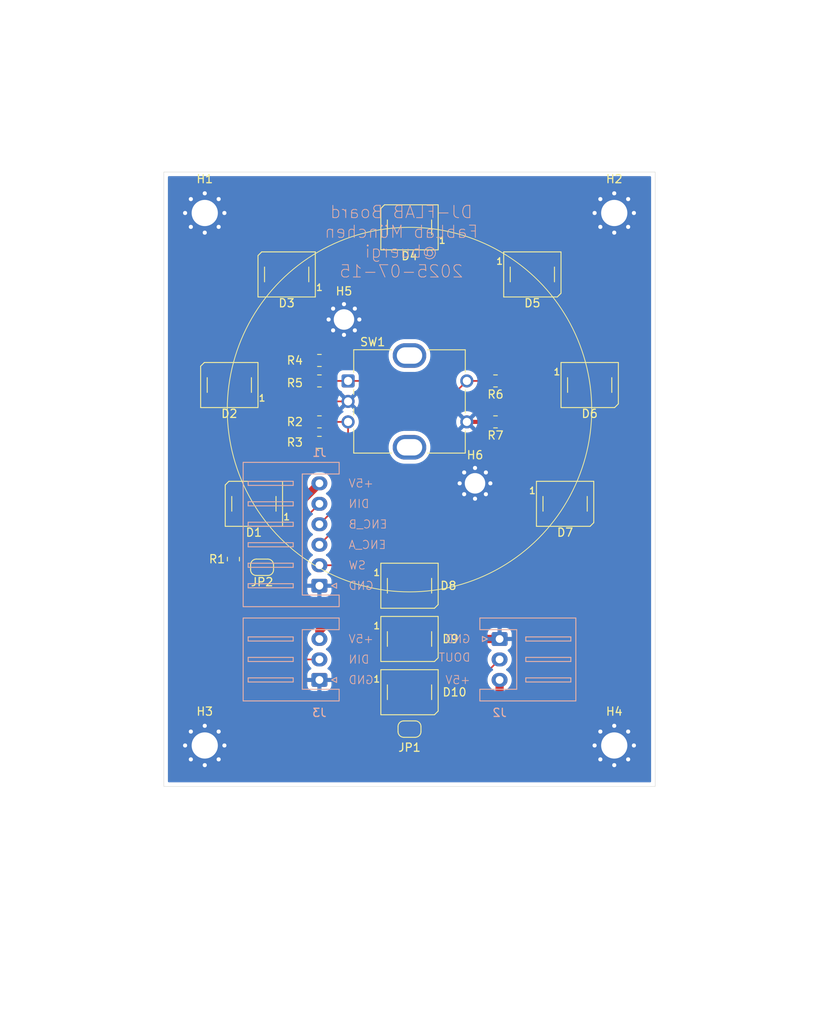
<source format=kicad_pcb>
(kicad_pcb (version 20241229) (generator "pcbnew") (generator_version "9.0")
  (layers (0 "F.Cu" signal) (2 "B.Cu" signal) (13 "F.Paste" user) (15 "B.Paste" user) (5 "F.SilkS" user "F.Silkscreen") (7 "B.SilkS" user "B.Silkscreen") (1 "F.Mask" user) (3 "B.Mask" user) (25 "Edge.Cuts" user))
  (net 0 "")
  (net 1 "+5V")
  (net 2 "Net-(D1-DIN)")
  (net 3 "GND")
  (net 4 "Net-(D1-DOUT)")
  (net 5 "Net-(D2-DOUT)")
  (net 6 "Net-(D3-DOUT)")
  (net 7 "Net-(D4-DOUT)")
  (net 8 "Net-(D5-DOUT)")
  (net 9 "Net-(D6-DOUT)")
  (net 10 "Net-(D7-DOUT)")
  (net 11 "Net-(D8-DOUT)")
  (net 12 "Net-(D10-DIN)")
  (net 13 "/ENC_B")
  (net 14 "/ENC_A")
  (net 15 "/SW")
  (net 16 "/DIN")
  (net 17 "Net-(D10-DOUT)")
  (net 18 "Net-(J2-Pin_2)")
  (net 19 "Net-(J1-Pin_5)")
  (footprint "LED_SMD:LED_WS2812B_PLCC4_5.0x5.0mm_P3.2mm" (layer "F.Cu") (at 79.6 51.28 180)
    (property "Reference" "D3" (at 0 -3.5 0) (layer "F.SilkS"))
    (property "Value" "WS2812B")
    (fp_text user "1" (at -4 -1.6 0) (layer "F.SilkS") (effects (font (size 0.8 0.8))))
    (pad "1" smd roundrect (at -2.45 -1.65 180) (size 1.5 0.9) (layers "F.Cu" "F.Mask" "F.Paste") (roundrect_rratio 0.1) (net 1 "+5V"))
    (pad "2" smd roundrect (at -2.45 1.65 180) (size 1.5 0.9) (layers "F.Cu" "F.Mask" "F.Paste") (roundrect_rratio 0.1) (net 6 "Net-(D3-DOUT)"))
    (pad "3" smd roundrect (at 2.45 1.65 180) (size 1.5 0.9) (layers "F.Cu" "F.Mask" "F.Paste") (roundrect_rratio 0.1) (net 3 "GND"))
    (pad "4" smd roundrect (at 2.45 -1.65 180) (size 1.5 0.9) (layers "F.Cu" "F.Mask" "F.Paste") (roundrect_rratio 0.1) (net 5 "Net-(D2-DOUT)"))
  )
  (footprint "Jumper:SolderJumper-2_P1.3mm_Open_RoundedPad1.0x1.5mm" (layer "F.Cu") (at 94.6 106.78)
    (property "Reference" "JP1" (at 0 2.25 0) (layer "F.SilkS"))
    (property "Value" "SolderJumper_2_Open")
    (pad "1" smd custom (at -0.65 0) (size 1 0.5) (layers "F.Cu" "F.Mask") (net 17 "Net-(D10-DOUT)") (options (clearance outline) (anchor rect)) (primitives (gr_circle (center 0 0.25) (end 0.5 0.25) (width 0) (fill yes)) (gr_circle (center 0 -0.25) (end 0.5 -0.25) (width 0) (fill yes)) (gr_poly (pts (xy 0.5 0.75) (xy 0 0.75) (xy 0 -0.75) (xy 0.5 -0.75)) (width 0) (fill yes))))
    (pad "2" smd custom (at 0.65 0) (size 1 0.5) (layers "F.Cu" "F.Mask") (net 18 "Net-(J2-Pin_2)") (options (clearance outline) (anchor rect)) (primitives (gr_circle (center 0 0.25) (end 0.5 0.25) (width 0) (fill yes)) (gr_circle (center 0 -0.25) (end 0.5 -0.25) (width 0) (fill yes)) (gr_poly (pts (xy 0 0.75) (xy -0.5 0.75) (xy -0.5 -0.75) (xy 0 -0.75)) (width 0) (fill yes))))
  )
  (footprint "LED_SMD:LED_WS2812B_PLCC4_5.0x5.0mm_P3.2mm" (layer "F.Cu") (at 94.6 45.53 180)
    (property "Reference" "D4" (at 0 -3.5 0) (layer "F.SilkS"))
    (property "Value" "WS2812B")
    (fp_text user "1" (at -4 -1.6 0) (layer "F.SilkS") (effects (font (size 0.8 0.8))))
    (pad "1" smd roundrect (at -2.45 -1.65 180) (size 1.5 0.9) (layers "F.Cu" "F.Mask" "F.Paste") (roundrect_rratio 0.1) (net 1 "+5V"))
    (pad "2" smd roundrect (at -2.45 1.65 180) (size 1.5 0.9) (layers "F.Cu" "F.Mask" "F.Paste") (roundrect_rratio 0.1) (net 7 "Net-(D4-DOUT)"))
    (pad "3" smd roundrect (at 2.45 1.65 180) (size 1.5 0.9) (layers "F.Cu" "F.Mask" "F.Paste") (roundrect_rratio 0.1) (net 3 "GND"))
    (pad "4" smd roundrect (at 2.45 -1.65 180) (size 1.5 0.9) (layers "F.Cu" "F.Mask" "F.Paste") (roundrect_rratio 0.1) (net 6 "Net-(D3-DOUT)"))
  )
  (footprint "Rotary_Encoder:RotaryEncoder_Bourns_Vertical_PEC12R-3x17F-Sxxxx" (layer "F.Cu") (at 87.1 64.28)
    (property "Reference" "SW1" (at 3 -4.75 0) (layer "F.SilkS"))
    (property "Value" "RotaryEncoder_Switch")
    (pad "A" thru_hole roundrect (at 0 0) (size 1.6 1.6) (drill 1) (layers "*.Cu" "*.Mask") (roundrect_rratio 0.15625) (net 14 "/ENC_A"))
    (pad "B" thru_hole circle (at 0 5) (size 1.6 1.6) (drill 1) (layers "*.Cu" "*.Mask") (net 13 "/ENC_B"))
    (pad "C" thru_hole circle (at 0 2.5) (size 1.6 1.6) (drill 1) (layers "*.Cu" "*.Mask") (net 3 "GND"))
    (pad "S1" thru_hole circle (at 14.5 0) (size 1.6 1.6) (drill 1) (layers "*.Cu" "*.Mask") (net 15 "/SW"))
    (pad "S2" thru_hole circle (at 14.5 5) (size 1.6 1.6) (drill 1) (layers "*.Cu" "*.Mask") (net 3 "GND"))
    (pad "SH" thru_hole oval (at 7.5 -3.1) (size 4.1 3) (drill oval 3.1 2) (layers "*.Cu" "*.Mask"))
    (pad "SH" thru_hole oval (at 7.5 8.1) (size 4.1 3) (drill oval 3.1 2) (layers "*.Cu" "*.Mask"))
  )
  (footprint "LED_SMD:LED_WS2812B_PLCC4_5.0x5.0mm_P3.2mm" (layer "F.Cu") (at 94.6 102.28)
    (property "Reference" "D10" (at 5.5 0 0) (layer "F.SilkS"))
    (property "Value" "WS2812B")
    (fp_text user "1" (at -4 -1.6 0) (layer "F.SilkS") (effects (font (size 0.8 0.8))))
    (pad "1" smd roundrect (at -2.45 -1.65) (size 1.5 0.9) (layers "F.Cu" "F.Mask" "F.Paste") (roundrect_rratio 0.1) (net 1 "+5V"))
    (pad "2" smd roundrect (at -2.45 1.65) (size 1.5 0.9) (layers "F.Cu" "F.Mask" "F.Paste") (roundrect_rratio 0.1) (net 17 "Net-(D10-DOUT)"))
    (pad "3" smd roundrect (at 2.45 1.65) (size 1.5 0.9) (layers "F.Cu" "F.Mask" "F.Paste") (roundrect_rratio 0.1) (net 3 "GND"))
    (pad "4" smd roundrect (at 2.45 -1.65) (size 1.5 0.9) (layers "F.Cu" "F.Mask" "F.Paste") (roundrect_rratio 0.1) (net 12 "Net-(D10-DIN)"))
  )
  (footprint "LED_SMD:LED_WS2812B_PLCC4_5.0x5.0mm_P3.2mm" (layer "F.Cu") (at 116.6 64.78)
    (property "Reference" "D6" (at 0 3.5 0) (layer "F.SilkS"))
    (property "Value" "WS2812B")
    (fp_text user "1" (at -4 -1.6 0) (layer "F.SilkS") (effects (font (size 0.8 0.8))))
    (pad "1" smd roundrect (at -2.45 -1.65) (size 1.5 0.9) (layers "F.Cu" "F.Mask" "F.Paste") (roundrect_rratio 0.1) (net 1 "+5V"))
    (pad "2" smd roundrect (at -2.45 1.65) (size 1.5 0.9) (layers "F.Cu" "F.Mask" "F.Paste") (roundrect_rratio 0.1) (net 9 "Net-(D6-DOUT)"))
    (pad "3" smd roundrect (at 2.45 1.65) (size 1.5 0.9) (layers "F.Cu" "F.Mask" "F.Paste") (roundrect_rratio 0.1) (net 3 "GND"))
    (pad "4" smd roundrect (at 2.45 -1.65) (size 1.5 0.9) (layers "F.Cu" "F.Mask" "F.Paste") (roundrect_rratio 0.1) (net 8 "Net-(D5-DOUT)"))
  )
  (footprint "Resistor_SMD:R_0805_2012Metric_Pad1.20x1.40mm_HandSolder" (layer "F.Cu") (at 73.1 86.03 90)
    (property "Reference" "R1" (at 0 -2 180) (layer "F.SilkS"))
    (property "Value" "220")
    (pad "1" smd roundrect (at -1 0 90) (size 1.2 1.4) (layers "F.Cu" "F.Mask" "F.Paste") (roundrect_rratio 0.208333) (net 16 "/DIN"))
    (pad "2" smd roundrect (at 1 0 90) (size 1.2 1.4) (layers "F.Cu" "F.Mask" "F.Paste") (roundrect_rratio 0.208333) (net 2 "Net-(D1-DIN)"))
  )
  (footprint "MountingHole:MountingHole_2.5mm_Pad_Via" (layer "F.Cu") (at 102.6 76.78)
    (property "Reference" "H6" (at 0 -3.45 0) (layer "F.SilkS"))
    (property "Value" "MountingHole_Pad")
    (pad "1" thru_hole circle (at -1.875 0) (size 0.8 0.8) (drill 0.5) (layers "*.Cu" "*.Mask") (net 3 "GND"))
    (pad "1" thru_hole circle (at -1.325825 -1.325825) (size 0.8 0.8) (drill 0.5) (layers "*.Cu" "*.Mask") (net 3 "GND"))
    (pad "1" thru_hole circle (at -1.325825 1.325825) (size 0.8 0.8) (drill 0.5) (layers "*.Cu" "*.Mask") (net 3 "GND"))
    (pad "1" thru_hole circle (at 0 -1.875) (size 0.8 0.8) (drill 0.5) (layers "*.Cu" "*.Mask") (net 3 "GND"))
    (pad "1" thru_hole circle (at 0 0) (size 5 5) (drill 2.5) (layers "*.Cu" "*.Mask") (net 3 "GND"))
    (pad "1" thru_hole circle (at 0 1.875) (size 0.8 0.8) (drill 0.5) (layers "*.Cu" "*.Mask") (net 3 "GND"))
    (pad "1" thru_hole circle (at 1.325825 -1.325825) (size 0.8 0.8) (drill 0.5) (layers "*.Cu" "*.Mask") (net 3 "GND"))
    (pad "1" thru_hole circle (at 1.325825 1.325825) (size 0.8 0.8) (drill 0.5) (layers "*.Cu" "*.Mask") (net 3 "GND"))
    (pad "1" thru_hole circle (at 1.875 0) (size 0.8 0.8) (drill 0.5) (layers "*.Cu" "*.Mask") (net 3 "GND"))
  )
  (footprint "Resistor_SMD:R_0805_2012Metric_Pad1.20x1.40mm_HandSolder" (layer "F.Cu") (at 105.1 64.28 180)
    (property "Reference" "R6" (at 0 -1.65 0) (layer "F.SilkS"))
    (property "Value" "10k")
    (pad "1" smd roundrect (at -1 0 180) (size 1.2 1.4) (layers "F.Cu" "F.Mask" "F.Paste") (roundrect_rratio 0.208333) (net 1 "+5V"))
    (pad "2" smd roundrect (at 1 0 180) (size 1.2 1.4) (layers "F.Cu" "F.Mask" "F.Paste") (roundrect_rratio 0.208333) (net 15 "/SW"))
  )
  (footprint "MountingHole:MountingHole_3.2mm_M3_Pad_Via" (layer "F.Cu") (at 69.6 108.78)
    (property "Reference" "H3" (at 0 -4.15 0) (layer "F.SilkS"))
    (property "Value" "MountingHole_Pad")
    (pad "1" thru_hole circle (at -2.4 0) (size 0.8 0.8) (drill 0.5) (layers "*.Cu" "*.Mask") (net 3 "GND"))
    (pad "1" thru_hole circle (at -1.697056 -1.697056) (size 0.8 0.8) (drill 0.5) (layers "*.Cu" "*.Mask") (net 3 "GND"))
    (pad "1" thru_hole circle (at -1.697056 1.697056) (size 0.8 0.8) (drill 0.5) (layers "*.Cu" "*.Mask") (net 3 "GND"))
    (pad "1" thru_hole circle (at 0 -2.4) (size 0.8 0.8) (drill 0.5) (layers "*.Cu" "*.Mask") (net 3 "GND"))
    (pad "1" thru_hole circle (at 0 0) (size 6.4 6.4) (drill 3.2) (layers "*.Cu" "*.Mask") (net 3 "GND"))
    (pad "1" thru_hole circle (at 0 2.4) (size 0.8 0.8) (drill 0.5) (layers "*.Cu" "*.Mask") (net 3 "GND"))
    (pad "1" thru_hole circle (at 1.697056 -1.697056) (size 0.8 0.8) (drill 0.5) (layers "*.Cu" "*.Mask") (net 3 "GND"))
    (pad "1" thru_hole circle (at 1.697056 1.697056) (size 0.8 0.8) (drill 0.5) (layers "*.Cu" "*.Mask") (net 3 "GND"))
    (pad "1" thru_hole circle (at 2.4 0) (size 0.8 0.8) (drill 0.5) (layers "*.Cu" "*.Mask") (net 3 "GND"))
  )
  (footprint "LED_SMD:LED_WS2812B_PLCC4_5.0x5.0mm_P3.2mm" (layer "F.Cu") (at 75.6 79.28 180)
    (property "Reference" "D1" (at 0 -3.5 0) (layer "F.SilkS"))
    (property "Value" "WS2812B")
    (fp_text user "1" (at -4 -1.6 0) (layer "F.SilkS") (effects (font (size 0.8 0.8))))
    (pad "1" smd roundrect (at -2.45 -1.65 180) (size 1.5 0.9) (layers "F.Cu" "F.Mask" "F.Paste") (roundrect_rratio 0.1) (net 1 "+5V"))
    (pad "2" smd roundrect (at -2.45 1.65 180) (size 1.5 0.9) (layers "F.Cu" "F.Mask" "F.Paste") (roundrect_rratio 0.1) (net 4 "Net-(D1-DOUT)"))
    (pad "3" smd roundrect (at 2.45 1.65 180) (size 1.5 0.9) (layers "F.Cu" "F.Mask" "F.Paste") (roundrect_rratio 0.1) (net 3 "GND"))
    (pad "4" smd roundrect (at 2.45 -1.65 180) (size 1.5 0.9) (layers "F.Cu" "F.Mask" "F.Paste") (roundrect_rratio 0.1) (net 2 "Net-(D1-DIN)"))
  )
  (footprint "LED_SMD:LED_WS2812B_PLCC4_5.0x5.0mm_P3.2mm" (layer "F.Cu") (at 113.6 79.28)
    (property "Reference" "D7" (at 0 3.5 0) (layer "F.SilkS"))
    (property "Value" "WS2812B")
    (fp_text user "1" (at -4 -1.6 0) (layer "F.SilkS") (effects (font (size 0.8 0.8))))
    (pad "1" smd roundrect (at -2.45 -1.65) (size 1.5 0.9) (layers "F.Cu" "F.Mask" "F.Paste") (roundrect_rratio 0.1) (net 1 "+5V"))
    (pad "2" smd roundrect (at -2.45 1.65) (size 1.5 0.9) (layers "F.Cu" "F.Mask" "F.Paste") (roundrect_rratio 0.1) (net 10 "Net-(D7-DOUT)"))
    (pad "3" smd roundrect (at 2.45 1.65) (size 1.5 0.9) (layers "F.Cu" "F.Mask" "F.Paste") (roundrect_rratio 0.1) (net 3 "GND"))
    (pad "4" smd roundrect (at 2.45 -1.65) (size 1.5 0.9) (layers "F.Cu" "F.Mask" "F.Paste") (roundrect_rratio 0.1) (net 9 "Net-(D6-DOUT)"))
  )
  (footprint "Jumper:SolderJumper-2_P1.3mm_Open_RoundedPad1.0x1.5mm" (layer "F.Cu") (at 76.6 87.03 180)
    (property "Reference" "JP2" (at 0 -1.8 0) (layer "F.SilkS"))
    (property "Value" "SolderJumper_2_Open")
    (pad "1" smd custom (at -0.65 0 180) (size 1 0.5) (layers "F.Cu" "F.Mask") (net 19 "Net-(J1-Pin_5)") (options (clearance outline) (anchor rect)) (primitives (gr_circle (center 0 0.25) (end 0.5 0.25) (width 0) (fill yes)) (gr_circle (center 0 -0.25) (end 0.5 -0.25) (width 0) (fill yes)) (gr_poly (pts (xy 0.5 0.75) (xy 0 0.75) (xy 0 -0.75) (xy 0.5 -0.75)) (width 0) (fill yes))))
    (pad "2" smd custom (at 0.65 0 180) (size 1 0.5) (layers "F.Cu" "F.Mask") (net 16 "/DIN") (options (clearance outline) (anchor rect)) (primitives (gr_circle (center 0 0.25) (end 0.5 0.25) (width 0) (fill yes)) (gr_circle (center 0 -0.25) (end 0.5 -0.25) (width 0) (fill yes)) (gr_poly (pts (xy 0 0.75) (xy -0.5 0.75) (xy -0.5 -0.75) (xy 0 -0.75)) (width 0) (fill yes))))
  )
  (footprint "LED_SMD:LED_WS2812B_PLCC4_5.0x5.0mm_P3.2mm" (layer "F.Cu") (at 94.6 95.78)
    (property "Reference" "D9" (at 5 0 0) (layer "F.SilkS"))
    (property "Value" "WS2812B")
    (fp_text user "1" (at -4 -1.6 0) (layer "F.SilkS") (effects (font (size 0.8 0.8))))
    (pad "1" smd roundrect (at -2.45 -1.65) (size 1.5 0.9) (layers "F.Cu" "F.Mask" "F.Paste") (roundrect_rratio 0.1) (net 1 "+5V"))
    (pad "2" smd roundrect (at -2.45 1.65) (size 1.5 0.9) (layers "F.Cu" "F.Mask" "F.Paste") (roundrect_rratio 0.1) (net 12 "Net-(D10-DIN)"))
    (pad "3" smd roundrect (at 2.45 1.65) (size 1.5 0.9) (layers "F.Cu" "F.Mask" "F.Paste") (roundrect_rratio 0.1) (net 3 "GND"))
    (pad "4" smd roundrect (at 2.45 -1.65) (size 1.5 0.9) (layers "F.Cu" "F.Mask" "F.Paste") (roundrect_rratio 0.1) (net 11 "Net-(D8-DOUT)"))
  )
  (footprint "Resistor_SMD:R_0805_2012Metric_Pad1.20x1.40mm_HandSolder" (layer "F.Cu") (at 83.6 64.28)
    (property "Reference" "R4" (at -3 -2.5 0) (layer "F.SilkS"))
    (property "Value" "10k")
    (pad "1" smd roundrect (at -1 0) (size 1.2 1.4) (layers "F.Cu" "F.Mask" "F.Paste") (roundrect_rratio 0.208333) (net 1 "+5V"))
    (pad "2" smd roundrect (at 1 0) (size 1.2 1.4) (layers "F.Cu" "F.Mask" "F.Paste") (roundrect_rratio 0.208333) (net 14 "/ENC_A"))
  )
  (footprint "MountingHole:MountingHole_3.2mm_M3_Pad_Via" (layer "F.Cu") (at 69.6 43.78)
    (property "Reference" "H1" (at 0 -4.15 0) (layer "F.SilkS"))
    (property "Value" "MountingHole_Pad")
    (pad "1" thru_hole circle (at -2.4 0) (size 0.8 0.8) (drill 0.5) (layers "*.Cu" "*.Mask") (net 3 "GND"))
    (pad "1" thru_hole circle (at -1.697056 -1.697056) (size 0.8 0.8) (drill 0.5) (layers "*.Cu" "*.Mask") (net 3 "GND"))
    (pad "1" thru_hole circle (at -1.697056 1.697056) (size 0.8 0.8) (drill 0.5) (layers "*.Cu" "*.Mask") (net 3 "GND"))
    (pad "1" thru_hole circle (at 0 -2.4) (size 0.8 0.8) (drill 0.5) (layers "*.Cu" "*.Mask") (net 3 "GND"))
    (pad "1" thru_hole circle (at 0 0) (size 6.4 6.4) (drill 3.2) (layers "*.Cu" "*.Mask") (net 3 "GND"))
    (pad "1" thru_hole circle (at 0 2.4) (size 0.8 0.8) (drill 0.5) (layers "*.Cu" "*.Mask") (net 3 "GND"))
    (pad "1" thru_hole circle (at 1.697056 -1.697056) (size 0.8 0.8) (drill 0.5) (layers "*.Cu" "*.Mask") (net 3 "GND"))
    (pad "1" thru_hole circle (at 1.697056 1.697056) (size 0.8 0.8) (drill 0.5) (layers "*.Cu" "*.Mask") (net 3 "GND"))
    (pad "1" thru_hole circle (at 2.4 0) (size 0.8 0.8) (drill 0.5) (layers "*.Cu" "*.Mask") (net 3 "GND"))
  )
  (footprint "Resistor_SMD:R_0805_2012Metric_Pad1.20x1.40mm_HandSolder" (layer "F.Cu") (at 83.6 61.78 180)
    (property "Reference" "R5" (at 3 -2.75 0) (layer "F.SilkS"))
    (property "Value" "10k")
    (pad "1" smd roundrect (at -1 0 180) (size 1.2 1.4) (layers "F.Cu" "F.Mask" "F.Paste") (roundrect_rratio 0.208333) (net 14 "/ENC_A"))
    (pad "2" smd roundrect (at 1 0 180) (size 1.2 1.4) (layers "F.Cu" "F.Mask" "F.Paste") (roundrect_rratio 0.208333) (net 3 "GND"))
  )
  (footprint "LED_SMD:LED_WS2812B_PLCC4_5.0x5.0mm_P3.2mm" (layer "F.Cu") (at 72.6 64.78 180)
    (property "Reference" "D2" (at 0 -3.5 0) (layer "F.SilkS"))
    (property "Value" "WS2812B")
    (fp_text user "1" (at -4 -1.6 0) (layer "F.SilkS") (effects (font (size 0.8 0.8))))
    (pad "1" smd roundrect (at -2.45 -1.65 180) (size 1.5 0.9) (layers "F.Cu" "F.Mask" "F.Paste") (roundrect_rratio 0.1) (net 1 "+5V"))
    (pad "2" smd roundrect (at -2.45 1.65 180) (size 1.5 0.9) (layers "F.Cu" "F.Mask" "F.Paste") (roundrect_rratio 0.1) (net 5 "Net-(D2-DOUT)"))
    (pad "3" smd roundrect (at 2.45 1.65 180) (size 1.5 0.9) (layers "F.Cu" "F.Mask" "F.Paste") (roundrect_rratio 0.1) (net 3 "GND"))
    (pad "4" smd roundrect (at 2.45 -1.65 180) (size 1.5 0.9) (layers "F.Cu" "F.Mask" "F.Paste") (roundrect_rratio 0.1) (net 4 "Net-(D1-DOUT)"))
  )
  (footprint "LED_SMD:LED_WS2812B_PLCC4_5.0x5.0mm_P3.2mm" (layer "F.Cu") (at 109.6 51.28)
    (property "Reference" "D5" (at 0 3.5 0) (layer "F.SilkS"))
    (property "Value" "WS2812B")
    (fp_text user "1" (at -4 -1.6 0) (layer "F.SilkS") (effects (font (size 0.8 0.8))))
    (pad "1" smd roundrect (at -2.45 -1.65) (size 1.5 0.9) (layers "F.Cu" "F.Mask" "F.Paste") (roundrect_rratio 0.1) (net 1 "+5V"))
    (pad "2" smd roundrect (at -2.45 1.65) (size 1.5 0.9) (layers "F.Cu" "F.Mask" "F.Paste") (roundrect_rratio 0.1) (net 8 "Net-(D5-DOUT)"))
    (pad "3" smd roundrect (at 2.45 1.65) (size 1.5 0.9) (layers "F.Cu" "F.Mask" "F.Paste") (roundrect_rratio 0.1) (net 3 "GND"))
    (pad "4" smd roundrect (at 2.45 -1.65) (size 1.5 0.9) (layers "F.Cu" "F.Mask" "F.Paste") (roundrect_rratio 0.1) (net 7 "Net-(D4-DOUT)"))
  )
  (footprint "MountingHole:MountingHole_3.2mm_M3_Pad_Via" (layer "F.Cu") (at 119.6 43.78)
    (property "Reference" "H2" (at 0 -4.15 0) (layer "F.SilkS"))
    (property "Value" "MountingHole_Pad")
    (pad "1" thru_hole circle (at -2.4 0) (size 0.8 0.8) (drill 0.5) (layers "*.Cu" "*.Mask") (net 3 "GND"))
    (pad "1" thru_hole circle (at -1.697056 -1.697056) (size 0.8 0.8) (drill 0.5) (layers "*.Cu" "*.Mask") (net 3 "GND"))
    (pad "1" thru_hole circle (at -1.697056 1.697056) (size 0.8 0.8) (drill 0.5) (layers "*.Cu" "*.Mask") (net 3 "GND"))
    (pad "1" thru_hole circle (at 0 -2.4) (size 0.8 0.8) (drill 0.5) (layers "*.Cu" "*.Mask") (net 3 "GND"))
    (pad "1" thru_hole circle (at 0 0) (size 6.4 6.4) (drill 3.2) (layers "*.Cu" "*.Mask") (net 3 "GND"))
    (pad "1" thru_hole circle (at 0 2.4) (size 0.8 0.8) (drill 0.5) (layers "*.Cu" "*.Mask") (net 3 "GND"))
    (pad "1" thru_hole circle (at 1.697056 -1.697056) (size 0.8 0.8) (drill 0.5) (layers "*.Cu" "*.Mask") (net 3 "GND"))
    (pad "1" thru_hole circle (at 1.697056 1.697056) (size 0.8 0.8) (drill 0.5) (layers "*.Cu" "*.Mask") (net 3 "GND"))
    (pad "1" thru_hole circle (at 2.4 0) (size 0.8 0.8) (drill 0.5) (layers "*.Cu" "*.Mask") (net 3 "GND"))
  )
  (footprint "Resistor_SMD:R_0805_2012Metric_Pad1.20x1.40mm_HandSolder" (layer "F.Cu") (at 83.6 71.78 180)
    (property "Reference" "R3" (at 3 0 0) (layer "F.SilkS"))
    (property "Value" "10k")
    (pad "1" smd roundrect (at -1 0 180) (size 1.2 1.4) (layers "F.Cu" "F.Mask" "F.Paste") (roundrect_rratio 0.208333) (net 13 "/ENC_B"))
    (pad "2" smd roundrect (at 1 0 180) (size 1.2 1.4) (layers "F.Cu" "F.Mask" "F.Paste") (roundrect_rratio 0.208333) (net 3 "GND"))
  )
  (footprint "MountingHole:MountingHole_2.5mm_Pad_Via" (layer "F.Cu") (at 86.6 56.78)
    (property "Reference" "H5" (at 0 -3.45 0) (layer "F.SilkS"))
    (property "Value" "MountingHole_Pad")
    (pad "1" thru_hole circle (at -1.875 0) (size 0.8 0.8) (drill 0.5) (layers "*.Cu" "*.Mask") (net 3 "GND"))
    (pad "1" thru_hole circle (at -1.325825 -1.325825) (size 0.8 0.8) (drill 0.5) (layers "*.Cu" "*.Mask") (net 3 "GND"))
    (pad "1" thru_hole circle (at -1.325825 1.325825) (size 0.8 0.8) (drill 0.5) (layers "*.Cu" "*.Mask") (net 3 "GND"))
    (pad "1" thru_hole circle (at 0 -1.875) (size 0.8 0.8) (drill 0.5) (layers "*.Cu" "*.Mask") (net 3 "GND"))
    (pad "1" thru_hole circle (at 0 0) (size 5 5) (drill 2.5) (layers "*.Cu" "*.Mask") (net 3 "GND"))
    (pad "1" thru_hole circle (at 0 1.875) (size 0.8 0.8) (drill 0.5) (layers "*.Cu" "*.Mask") (net 3 "GND"))
    (pad "1" thru_hole circle (at 1.325825 -1.325825) (size 0.8 0.8) (drill 0.5) (layers "*.Cu" "*.Mask") (net 3 "GND"))
    (pad "1" thru_hole circle (at 1.325825 1.325825) (size 0.8 0.8) (drill 0.5) (layers "*.Cu" "*.Mask") (net 3 "GND"))
    (pad "1" thru_hole circle (at 1.875 0) (size 0.8 0.8) (drill 0.5) (layers "*.Cu" "*.Mask") (net 3 "GND"))
  )
  (footprint "MountingHole:MountingHole_3.2mm_M3_Pad_Via" (layer "F.Cu") (at 119.6 108.78)
    (property "Reference" "H4" (at 0 -4.15 0) (layer "F.SilkS"))
    (property "Value" "MountingHole_Pad")
    (pad "1" thru_hole circle (at -2.4 0) (size 0.8 0.8) (drill 0.5) (layers "*.Cu" "*.Mask") (net 3 "GND"))
    (pad "1" thru_hole circle (at -1.697056 -1.697056) (size 0.8 0.8) (drill 0.5) (layers "*.Cu" "*.Mask") (net 3 "GND"))
    (pad "1" thru_hole circle (at -1.697056 1.697056) (size 0.8 0.8) (drill 0.5) (layers "*.Cu" "*.Mask") (net 3 "GND"))
    (pad "1" thru_hole circle (at 0 -2.4) (size 0.8 0.8) (drill 0.5) (layers "*.Cu" "*.Mask") (net 3 "GND"))
    (pad "1" thru_hole circle (at 0 0) (size 6.4 6.4) (drill 3.2) (layers "*.Cu" "*.Mask") (net 3 "GND"))
    (pad "1" thru_hole circle (at 0 2.4) (size 0.8 0.8) (drill 0.5) (layers "*.Cu" "*.Mask") (net 3 "GND"))
    (pad "1" thru_hole circle (at 1.697056 -1.697056) (size 0.8 0.8) (drill 0.5) (layers "*.Cu" "*.Mask") (net 3 "GND"))
    (pad "1" thru_hole circle (at 1.697056 1.697056) (size 0.8 0.8) (drill 0.5) (layers "*.Cu" "*.Mask") (net 3 "GND"))
    (pad "1" thru_hole circle (at 2.4 0) (size 0.8 0.8) (drill 0.5) (layers "*.Cu" "*.Mask") (net 3 "GND"))
  )
  (footprint "Resistor_SMD:R_0805_2012Metric_Pad1.20x1.40mm_HandSolder" (layer "F.Cu") (at 83.6 69.28)
    (property "Reference" "R2" (at -3 0 0) (layer "F.SilkS"))
    (property "Value" "10k")
    (pad "1" smd roundrect (at -1 0) (size 1.2 1.4) (layers "F.Cu" "F.Mask" "F.Paste") (roundrect_rratio 0.208333) (net 1 "+5V"))
    (pad "2" smd roundrect (at 1 0) (size 1.2 1.4) (layers "F.Cu" "F.Mask" "F.Paste") (roundrect_rratio 0.208333) (net 13 "/ENC_B"))
  )
  (footprint "LED_SMD:LED_WS2812B_PLCC4_5.0x5.0mm_P3.2mm" (layer "F.Cu") (at 94.6 89.28)
    (property "Reference" "D8" (at 4.75 0 0) (layer "F.SilkS"))
    (property "Value" "WS2812B")
    (fp_text user "1" (at -4 -1.6 0) (layer "F.SilkS") (effects (font (size 0.8 0.8))))
    (pad "1" smd roundrect (at -2.45 -1.65) (size 1.5 0.9) (layers "F.Cu" "F.Mask" "F.Paste") (roundrect_rratio 0.1) (net 1 "+5V"))
    (pad "2" smd roundrect (at -2.45 1.65) (size 1.5 0.9) (layers "F.Cu" "F.Mask" "F.Paste") (roundrect_rratio 0.1) (net 11 "Net-(D8-DOUT)"))
    (pad "3" smd roundrect (at 2.45 1.65) (size 1.5 0.9) (layers "F.Cu" "F.Mask" "F.Paste") (roundrect_rratio 0.1) (net 3 "GND"))
    (pad "4" smd roundrect (at 2.45 -1.65) (size 1.5 0.9) (layers "F.Cu" "F.Mask" "F.Paste") (roundrect_rratio 0.1) (net 10 "Net-(D7-DOUT)"))
  )
  (footprint "Resistor_SMD:R_0805_2012Metric_Pad1.20x1.40mm_HandSolder" (layer "F.Cu") (at 105.1 69.28 180)
    (property "Reference" "R7" (at 0 -1.65 0) (layer "F.SilkS"))
    (property "Value" "10k")
    (pad "1" smd roundrect (at -1 0 180) (size 1.2 1.4) (layers "F.Cu" "F.Mask" "F.Paste") (roundrect_rratio 0.208333) (net 15 "/SW"))
    (pad "2" smd roundrect (at 1 0 180) (size 1.2 1.4) (layers "F.Cu" "F.Mask" "F.Paste") (roundrect_rratio 0.208333) (net 3 "GND"))
  )
  (footprint "Connector_JST:JST_XH_S6B-XH-A_1x06_P2.50mm_Horizontal" (layer "B.Cu") (at 83.6 89.28 90)
    (property "Reference" "J1" (at 16.25 0 180) (layer "B.SilkS") (effects (justify mirror)))
    (property "Value" "Conn_01x06_Pin")
    (pad "1" thru_hole roundrect (at 0 0 90) (size 1.7 1.95) (drill 0.95) (layers "*.Cu" "*.Mask") (roundrect_rratio 0.147059) (net 3 "GND"))
    (pad "2" thru_hole oval (at 2.5 0 90) (size 1.7 1.95) (drill 0.95) (layers "*.Cu" "*.Mask") (net 15 "/SW"))
    (pad "3" thru_hole oval (at 5 0 90) (size 1.7 1.95) (drill 0.95) (layers "*.Cu" "*.Mask") (net 14 "/ENC_A"))
    (pad "4" thru_hole oval (at 7.5 0 90) (size 1.7 1.95) (drill 0.95) (layers "*.Cu" "*.Mask") (net 13 "/ENC_B"))
    (pad "5" thru_hole oval (at 10 0 90) (size 1.7 1.95) (drill 0.95) (layers "*.Cu" "*.Mask") (net 19 "Net-(J1-Pin_5)"))
    (pad "6" thru_hole oval (at 12.5 0 90) (size 1.7 1.95) (drill 0.95) (layers "*.Cu" "*.Mask") (net 1 "+5V"))
  )
  (footprint "Connector_JST:JST_XH_S3B-XH-A_1x03_P2.50mm_Horizontal" (layer "B.Cu") (at 83.6 100.78 90)
    (property "Reference" "J3" (at -4 0 180) (layer "B.SilkS") (effects (justify mirror)))
    (property "Value" "Conn_01x03_Pin")
    (pad "1" thru_hole roundrect (at 0 0 90) (size 1.7 1.95) (drill 0.95) (layers "*.Cu" "*.Mask") (roundrect_rratio 0.147059) (net 3 "GND"))
    (pad "2" thru_hole oval (at 2.5 0 90) (size 1.7 1.95) (drill 0.95) (layers "*.Cu" "*.Mask") (net 16 "/DIN"))
    (pad "3" thru_hole oval (at 5 0 90) (size 1.7 1.95) (drill 0.95) (layers "*.Cu" "*.Mask") (net 1 "+5V"))
  )
  (footprint "Connector_JST:JST_XH_S3B-XH-A_1x03_P2.50mm_Horizontal" (layer "B.Cu") (at 105.6 95.78 -90)
    (property "Reference" "J2" (at 9 0 180) (layer "B.SilkS") (effects (justify mirror)))
    (property "Value" "Conn_01x03_Pin")
    (pad "1" thru_hole roundrect (at 0 0 270) (size 1.7 1.95) (drill 0.95) (layers "*.Cu" "*.Mask") (roundrect_rratio 0.147059) (net 3 "GND"))
    (pad "2" thru_hole oval (at 2.5 0 270) (size 1.7 1.95) (drill 0.95) (layers "*.Cu" "*.Mask") (net 18 "Net-(J2-Pin_2)"))
    (pad "3" thru_hole oval (at 5 0 270) (size 1.7 1.95) (drill 0.95) (layers "*.Cu" "*.Mask") (net 1 "+5V"))
  )
  (gr_circle (center 94.6 67.78) (end 116.85 67.78) (stroke (width 0.1)) (fill no) (layer "F.SilkS"))
  (gr_rect (start 64.6 38.78) (end 124.6 113.78) (stroke (width 0.05)) (fill no) (layer "Edge.Cuts"))
  (gr_text "DOUT" (at 102.1 98.03 0) (layer "B.SilkS") (effects (font (size 1 1) (thickness 0.1)) (justify left mirror)))
  (gr_text "SW" (at 87.1 86.78 0) (layer "B.SilkS") (effects (font (size 1 1) (thickness 0.1)) (justify right mirror)))
  (gr_text "DIN" (at 87.1 98.28 0) (layer "B.SilkS") (effects (font (size 1 1) (thickness 0.1)) (justify right mirror)))
  (gr_text "DIN" (at 87.1 79.28 0) (layer "B.SilkS") (effects (font (size 1 1) (thickness 0.1)) (justify right mirror)))
  (gr_text "GND" (at 87.1 100.78 0) (layer "B.SilkS") (effects (font (size 1 1) (thickness 0.1)) (justify right mirror)))
  (gr_text "GND" (at 87.1 89.28 0) (layer "B.SilkS") (effects (font (size 1 1) (thickness 0.1)) (justify right mirror)))
  (gr_text "+5V" (at 87.1 76.78 0) (layer "B.SilkS") (effects (font (size 1 1) (thickness 0.1)) (justify right mirror)))
  (gr_text "+5V" (at 102.1 100.78 0) (layer "B.SilkS") (effects (font (size 1 1) (thickness 0.1)) (justify left mirror)))
  (gr_text "+5V" (at 87.1 95.78 0) (layer "B.SilkS") (effects (font (size 1 1) (thickness 0.1)) (justify right mirror)))
  (gr_text "ENC_A" (at 87.1 84.28 0) (layer "B.SilkS") (effects (font (size 1 1) (thickness 0.1)) (justify right mirror)))
  (gr_text "GND" (at 102.1 95.78 0) (layer "B.SilkS") (effects (font (size 1 1) (thickness 0.1)) (justify left mirror)))
  (gr_text "ENC_B" (at 87.1 81.78 0) (layer "B.SilkS") (effects (font (size 1 1) (thickness 0.1)) (justify right mirror)))
  (gr_text "DJ-FLAB Board\nFabLab München\n@buergi\n2025-07-15" (at 93.6 42.78 0) (layer "B.SilkS") (effects (font (size 1.5 1.5) (thickness 0.1)) (justify top mirror)))
  (segment (start 101.6 110.78) (end 105.6 106.78) (width 1) (layer "F.Cu") (net 1))
  (segment (start 106.75 49.63) (end 103.125 53.255) (width 1) (layer "F.Cu") (net 1))
  (segment (start 94.45 49.78) (end 97.05 47.18) (width 1) (layer "F.Cu") (net 1))
  (segment (start 82.1 69.28) (end 79.25 66.43) (width 0.2) (layer "F.Cu") (net 1))
  (segment (start 114.15 63.13) (end 111.15 66.13) (width 1) (layer "F.Cu") (net 1))
  (segment (start 89.75 100.63) (end 92.15 100.63) (width 1) (layer "F.Cu") (net 1))
  (segment (start 111.15 77.63) (end 103.6 85.18) (width 1) (layer "F.Cu") (net 1))
  (segment (start 79.45 80.93) (end 81.6 78.78) (width 1) (layer "F.Cu") (net 1))
  (segment (start 89.6 100.78) (end 89.6 108.78) (width 1) (layer "F.Cu") (net 1))
  (segment (start 78.05 80.93) (end 79.45 80.93) (width 1) (layer "F.Cu") (net 1))
  (segment (start 79.6 54.78) (end 79.6 61.88) (width 1) (layer "F.Cu") (net 1))
  (segment (start 82.6 64.28) (end 81.1 64.28) (width 0.2) (layer "F.Cu") (net 1))
  (segment (start 84.25 94.13) (end 83.6 94.78) (width 1) (layer "F.Cu") (net 1))
  (segment (start 79.25 66.43) (end 75.05 66.43) (width 0.2) (layer "F.Cu") (net 1))
  (segment (start 82.05 52.93) (end 82.45 52.93) (width 1) (layer "F.Cu") (net 1))
  (segment (start 81.6 72.98) (end 75.05 66.43) (width 1) (layer "F.Cu") (net 1))
  (segment (start 89.7 94.13) (end 89.6 94.03) (width 1) (layer "F.Cu") (net 1))
  (segment (start 89.7 94.13) (end 84.25 94.13) (width 1) (layer "F.Cu") (net 1))
  (segment (start 89.6 100.78) (end 89.75 100.63) (width 1) (layer "F.Cu") (net 1))
  (segment (start 94.6 85.18) (end 91.4 88.38) (width 1) (layer "F.Cu") (net 1))
  (segment (start 89.6 108.78) (end 91.6 110.78) (width 1) (layer "F.Cu") (net 1))
  (segment (start 107.15 49.63) (end 106.75 49.63) (width 1) (layer "F.Cu") (net 1))
  (segment (start 81.6 78.78) (end 81.6 72.98) (width 1) (layer "F.Cu") (net 1))
  (segment (start 79.6 61.88) (end 75.05 66.43) (width 1) (layer "F.Cu") (net 1))
  (segment (start 92.15 87.63) (end 91.4 88.38) (width 1) (layer "F.Cu") (net 1))
  (segment (start 82.45 52.93) (end 85.6 49.78) (width 1) (layer "F.Cu") (net 1))
  (segment (start 89.6 94.03) (end 89.6 100.78) (width 1) (layer "F.Cu") (net 1))
  (segment (start 106.1 64.28) (end 113 64.28) (width 0.2) (layer "F.Cu") (net 1))
  (segment (start 113 63.13) (end 103.125 53.255) (width 1) (layer "F.Cu") (net 1))
  (segment (start 92.15 94.13) (end 89.7 94.13) (width 1) (layer "F.Cu") (net 1))
  (segment (start 91.4 88.38) (end 89.6 90.18) (width 1) (layer "F.Cu") (net 1))
  (segment (start 85.6 49.78) (end 94.45 49.78) (width 1) (layer "F.Cu") (net 1))
  (segment (start 78.95 66.43) (end 75.05 66.43) (width 0.2) (layer "F.Cu") (net 1))
  (segment (start 103.6 85.18) (end 94.6 85.18) (width 1) (layer "F.Cu") (net 1))
  (segment (start 105.6 106.78) (end 105.6 100.78) (width 1) (layer "F.Cu") (net 1))
  (segment (start 103.125 53.255) (end 97.05 47.18) (width 1) (layer "F.Cu") (net 1))
  (segment (start 82.05 52.93) (end 81.45 52.93) (width 1) (layer "F.Cu") (net 1))
  (segment (start 113 64.28) (end 114.15 63.13) (width 0.2) (layer "F.Cu") (net 1))
  (segment (start 81.1 64.28) (end 78.95 66.43) (width 0.2) (layer "F.Cu") (net 1))
  (segment (start 111.15 66.13) (end 111.15 77.63) (width 1) (layer "F.Cu") (net 1))
  (segment (start 81.45 52.93) (end 79.6 54.78) (width 1) (layer "F.Cu") (net 1))
  (segment (start 91.6 110.78) (end 101.6 110.78) (width 1) (layer "F.Cu") (net 1))
  (segment (start 114.15 63.13) (end 113 63.13) (width 1) (layer "F.Cu") (net 1))
  (segment (start 89.6 90.18) (end 89.6 94.03) (width 1) (layer "F.Cu") (net 1))
  (segment (start 79.45 80.93) (end 83.6 76.78) (width 1) (layer "F.Cu") (net 1))
  (segment (start 82.6 69.28) (end 82.1 69.28) (width 0.2) (layer "F.Cu") (net 1))
  (segment (start 83.6 94.78) (end 83.6 95.78) (width 1) (layer "F.Cu") (net 1))
  (segment (start 73.15 84.98) (end 73.1 85.03) (width 0.2) (layer "F.Cu") (net 2))
  (segment (start 73.15 80.93) (end 73.15 84.98) (width 0.2) (layer "F.Cu") (net 2))
  (segment (start 99.6 95.78) (end 99.6 93.48) (width 1) (layer "F.Cu") (net 3))
  (segment (start 68.1 72.58) (end 68.1 64.28) (width 1) (layer "F.Cu") (net 3))
  (segment (start 82.9 43.88) (end 92.15 43.88) (width 1) (layer "F.Cu") (net 3))
  (segment (start 121.6 66.28) (end 121.6 75.38) (width 1) (layer "F.Cu") (net 3))
  (segment (start 121.6 60.28) (end 121.6 66.28) (width 1) (layer "F.Cu") (net 3))
  (segment (start 114.25 52.93) (end 114.6 53.28) (width 1) (layer "F.Cu") (net 3))
  (segment (start 82.6 71.78) (end 83.6 70.78) (width 0.2) (layer "F.Cu") (net 3))
  (segment (start 102.15 90.93) (end 99.6 93.48) (width 1) (layer "F.Cu") (net 3))
  (segment (start 68.1 64.28) (end 69.25 63.13) (width 1) (layer "F.Cu") (net 3))
  (segment (start 116.05 80.93) (end 106.05 90.93) (width 1) (layer "F.Cu") (net 3))
  (segment (start 121.45 66.43) (end 121.6 66.28) (width 1) (layer "F.Cu") (net 3))
  (segment (start 93.75 42.28) (end 109.1 42.28) (width 1) (layer "F.Cu") (net 3))
  (segment (start 85.51384 66.78) (end 87.1 66.78) (width 0.2) (layer "F.Cu") (net 3))
  (segment (start 99.6 97.53) (end 99.6 95.78) (width 1) (layer "F.Cu") (net 3))
  (segment (start 69.25 63.13) (end 70.15 63.13) (width 1) (layer "F.Cu") (net 3))
  (segment (start 70.15 63.13) (end 70.1 63.08) (width 1) (layer "F.Cu") (net 3))
  (segment (start 106.05 90.93) (end 102.15 90.93) (width 1) (layer "F.Cu") (net 3))
  (segment (start 77.15 49.63) (end 82.9 43.88) (width 1) (layer "F.Cu") (net 3))
  (segment (start 105.6 95.78) (end 99.6 95.78) (width 1) (layer "F.Cu") (net 3))
  (segment (start 109.1 42.28) (end 114.6 47.78) (width 1) (layer "F.Cu") (net 3))
  (segment (start 97.05 97.43) (end 99.5 97.43) (width 1) (layer "F.Cu") (net 3))
  (segment (start 83.6 70.78) (end 83.6 68.69384) (width 0.2) (layer "F.Cu") (net 3))
  (segment (start 106.05 90.93) (end 97.05 90.93) (width 1) (layer "F.Cu") (net 3))
  (segment (start 114.6 47.78) (end 114.6 53.28) (width 1) (layer "F.Cu") (net 3))
  (segment (start 99.6 101.38) (end 99.6 97.53) (width 1) (layer "F.Cu") (net 3))
  (segment (start 112.05 52.93) (end 114.25 52.93) (width 1) (layer "F.Cu") (net 3))
  (segment (start 119.05 66.43) (end 121.45 66.43) (width 1) (layer "F.Cu") (net 3))
  (segment (start 73.15 77.63) (end 68.1 72.58) (width 1) (layer "F.Cu") (net 3))
  (segment (start 104.1 69.28) (end 101.6 69.28) (width 0.5) (layer "F.Cu") (net 3))
  (segment (start 70.1 63.08) (end 70.1 56.68) (width 1) (layer "F.Cu") (net 3))
  (segment (start 82.6 61.78) (end 83.501 62.681) (width 0.2) (layer "F.Cu") (net 3))
  (segment (start 121.6 75.38) (end 116.05 80.93) (width 1) (layer "F.Cu") (net 3))
  (segment (start 83.501 62.681) (end 83.501 64.76716) (width 0.2) (layer "F.Cu") (net 3))
  (segment (start 114.6 53.28) (end 121.6 60.28) (width 1) (layer "F.Cu") (net 3))
  (segment (start 83.501 64.76716) (end 85.51384 66.78) (width 0.2) (layer "F.Cu") (net 3))
  (segment (start 97.05 103.93) (end 99.6 101.38) (width 1) (layer "F.Cu") (net 3))
  (segment (start 92.15 43.88) (end 93.75 42.28) (width 1) (layer "F.Cu") (net 3))
  (segment (start 83.6 68.69384) (end 85.51384 66.78) (width 0.2) (layer "F.Cu") (net 3))
  (segment (start 99.5 97.43) (end 99.6 97.53) (width 1) (layer "F.Cu") (net 3))
  (segment (start 70.1 56.68) (end 77.15 49.63) (width 1) (layer "F.Cu") (net 3))
  (segment (start 78.05 77.63) (end 70.15 69.73) (width 0.2) (layer "F.Cu") (net 4))
  (segment (start 70.15 69.73) (end 70.15 66.43) (width 0.2) (layer "F.Cu") (net 4))
  (segment (start 77.15 61.03) (end 77.15 52.93) (width 0.2) (layer "F.Cu") (net 5))
  (segment (start 75.05 63.13) (end 77.15 61.03) (width 0.2) (layer "F.Cu") (net 5))
  (segment (start 92.15 47.18) (end 84.5 47.18) (width 0.2) (layer "F.Cu") (net 6))
  (segment (start 84.5 47.18) (end 82.05 49.63) (width 0.2) (layer "F.Cu") (net 6))
  (segment (start 97.05 43.88) (end 106.3 43.88) (width 0.2) (layer "F.Cu") (net 7))
  (segment (start 106.3 43.88) (end 112.05 49.63) (width 0.2) (layer "F.Cu") (net 7))
  (segment (start 108.85 52.93) (end 119.05 63.13) (width 0.2) (layer "F.Cu") (net 8))
  (segment (start 107.15 52.93) (end 108.85 52.93) (width 0.2) (layer "F.Cu") (net 8))
  (segment (start 114.15 66.43) (end 116.05 68.33) (width 0.2) (layer "F.Cu") (net 9))
  (segment (start 116.05 68.33) (end 116.05 77.63) (width 0.2) (layer "F.Cu") (net 9))
  (segment (start 104.45 87.63) (end 111.15 80.93) (width 0.2) (layer "F.Cu") (net 10))
  (segment (start 97.05 87.63) (end 104.45 87.63) (width 0.2) (layer "F.Cu") (net 10))
  (segment (start 92.15 90.93) (end 93.85 90.93) (width 0.2) (layer "F.Cu") (net 11))
  (segment (start 93.85 90.93) (end 97.05 94.13) (width 0.2) (layer "F.Cu") (net 11))
  (segment (start 92.15 97.43) (end 93.85 97.43) (width 0.2) (layer "F.Cu") (net 12))
  (segment (start 93.85 97.43) (end 97.05 100.63) (width 0.2) (layer "F.Cu") (net 12))
  (segment (start 84.6 69.28) (end 87.1 69.28) (width 0.2) (layer "F.Cu") (net 13))
  (segment (start 87.1 78.28) (end 87.1 69.28) (width 0.2) (layer "F.Cu") (net 13))
  (segment (start 83.6 81.78) (end 87.1 78.28) (width 0.2) (layer "F.Cu") (net 13))
  (segment (start 84.6 69.28) (end 84.6 71.78) (width 0.2) (layer "F.Cu") (net 13))
  (segment (start 91.6 76.28) (end 91.6 65.78) (width 0.2) (layer "F.Cu") (net 14))
  (segment (start 84.6 64.28) (end 84.6 61.78) (width 0.2) (layer "F.Cu") (net 14))
  (segment (start 84.6 64.28) (end 87.1 64.28) (width 0.2) (layer "F.Cu") (net 14))
  (segment (start 83.6 84.28) (end 91.6 76.28) (width 0.2) (layer "F.Cu") (net 14))
  (segment (start 91.6 65.78) (end 90.1 64.28) (width 0.2) (layer "F.Cu") (net 14))
  (segment (start 90.1 64.28) (end 87.1 64.28) (width 0.2) (layer "F.Cu") (net 14))
  (segment (start 83.6 86.78) (end 89.6 86.78) (width 0.2) (layer "F.Cu") (net 15))
  (segment (start 104.1 64.28) (end 101.6 64.28) (width 0.2) (layer "F.Cu") (net 15))
  (segment (start 89.6 86.78) (end 98.6 77.78) (width 0.2) (layer "F.Cu") (net 15))
  (segment (start 106.1 66.78) (end 106.1 69.28) (width 0.2) (layer "F.Cu") (net 15))
  (segment (start 98.6 67.28) (end 101.6 64.28) (width 0.2) (layer "F.Cu") (net 15))
  (segment (start 104.1 64.78) (end 106.1 66.78) (width 0.2) (layer "F.Cu") (net 15))
  (segment (start 104.1 64.28) (end 104.1 64.78) (width 0.2) (layer "F.Cu") (net 15))
  (segment (start 98.6 77.78) (end 98.6 67.28) (width 0.2) (layer "F.Cu") (net 15))
  (segment (start 75.95 96.13) (end 75.95 87.03) (width 0.2) (layer "F.Cu") (net 16))
  (segment (start 78.1 98.28) (end 75.95 96.13) (width 0.2) (layer "F.Cu") (net 16))
  (segment (start 83.6 98.28) (end 78.1 98.28) (width 0.2) (layer "F.Cu") (net 16))
  (segment (start 73.1 87.03) (end 75.95 87.03) (width 0.2) (layer "F.Cu") (net 16))
  (segment (start 93.1 106.78) (end 92.15 105.83) (width 0.2) (layer "F.Cu") (net 17))
  (segment (start 93.95 106.78) (end 93.1 106.78) (width 0.2) (layer "F.Cu") (net 17))
  (segment (start 92.15 105.83) (end 92.15 103.93) (width 0.2) (layer "F.Cu") (net 17))
  (segment (start 105.6 98.28) (end 97.1 106.78) (width 0.2) (layer "F.Cu") (net 18))
  (segment (start 97.1 106.78) (end 95.25 106.78) (width 0.2) (layer "F.Cu") (net 18))
  (segment (start 77.25 85.63) (end 77.25 87.03) (width 0.2) (layer "F.Cu") (net 19))
  (segment (start 83.6 79.28) (end 77.25 85.63) (width 0.2) (layer "F.Cu") (net 19))
  (zone (net 3) (net_name "GND") (layer "B.Cu") (connect_pads (clearance 0.5)) (min_thickness 0.25) (fill yes (thermal_gap 0.5) (thermal_bridge_width 0.5))
    (polygon (pts (xy 44.6 17.78) (xy 144.6 17.78) (xy 144.6 142.78) (xy 44.6 142.78)))
  )
)
</source>
